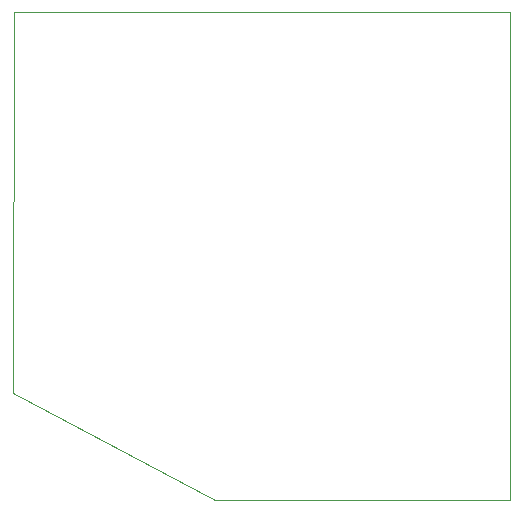
<source format=gm1>
G04 #@! TF.GenerationSoftware,KiCad,Pcbnew,(6.0.5)*
G04 #@! TF.CreationDate,2023-03-06T18:53:00-08:00*
G04 #@! TF.ProjectId,12V_Converter_LM5152x-Q1,3132565f-436f-46e7-9665-727465725f4c,rev?*
G04 #@! TF.SameCoordinates,Original*
G04 #@! TF.FileFunction,Profile,NP*
%FSLAX46Y46*%
G04 Gerber Fmt 4.6, Leading zero omitted, Abs format (unit mm)*
G04 Created by KiCad (PCBNEW (6.0.5)) date 2023-03-06 18:53:00*
%MOMM*%
%LPD*%
G01*
G04 APERTURE LIST*
G04 #@! TA.AperFunction,Profile*
%ADD10C,0.100000*%
G04 #@! TD*
G04 APERTURE END LIST*
D10*
X109575600Y-88747600D02*
X67513200Y-88747600D01*
X109575600Y-130048000D02*
X109575600Y-88747600D01*
X84531200Y-130048000D02*
X109575600Y-130048000D01*
X67462400Y-121005600D02*
X84531200Y-130048000D01*
X67513200Y-88747600D02*
X67462400Y-121005600D01*
M02*

</source>
